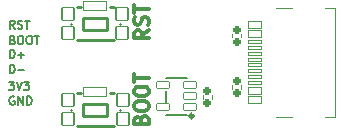
<source format=gbr>
%TF.GenerationSoftware,KiCad,Pcbnew,7.0.5-7.0.5~ubuntu22.04.1*%
%TF.CreationDate,2023-07-07T08:35:14+08:00*%
%TF.ProjectId,usb_programmer,7573625f-7072-46f6-9772-616d6d65722e,rev?*%
%TF.SameCoordinates,PX37a6d38PY343e060*%
%TF.FileFunction,Legend,Top*%
%TF.FilePolarity,Positive*%
%FSLAX46Y46*%
G04 Gerber Fmt 4.6, Leading zero omitted, Abs format (unit mm)*
G04 Created by KiCad (PCBNEW 7.0.5-7.0.5~ubuntu22.04.1) date 2023-07-07 08:35:14*
%MOMM*%
%LPD*%
G01*
G04 APERTURE LIST*
G04 Aperture macros list*
%AMRoundRect*
0 Rectangle with rounded corners*
0 $1 Rounding radius*
0 $2 $3 $4 $5 $6 $7 $8 $9 X,Y pos of 4 corners*
0 Add a 4 corners polygon primitive as box body*
4,1,4,$2,$3,$4,$5,$6,$7,$8,$9,$2,$3,0*
0 Add four circle primitives for the rounded corners*
1,1,$1+$1,$2,$3*
1,1,$1+$1,$4,$5*
1,1,$1+$1,$6,$7*
1,1,$1+$1,$8,$9*
0 Add four rect primitives between the rounded corners*
20,1,$1+$1,$2,$3,$4,$5,0*
20,1,$1+$1,$4,$5,$6,$7,0*
20,1,$1+$1,$6,$7,$8,$9,0*
20,1,$1+$1,$8,$9,$2,$3,0*%
G04 Aperture macros list end*
%ADD10C,0.300000*%
%ADD11C,0.150000*%
%ADD12C,0.120000*%
%ADD13C,0.254000*%
%ADD14C,0.152000*%
%ADD15O,1.102000X1.102000*%
%ADD16RoundRect,0.051000X0.571500X-0.304800X0.571500X0.304800X-0.571500X0.304800X-0.571500X-0.304800X0*%
%ADD17RoundRect,0.051000X0.571500X-0.152400X0.571500X0.152400X-0.571500X0.152400X-0.571500X-0.152400X0*%
%ADD18O,1.905400X1.092600*%
%ADD19O,2.311800X1.092600*%
%ADD20RoundRect,0.051000X-0.500000X-0.550000X0.500000X-0.550000X0.500000X0.550000X-0.500000X0.550000X0*%
%ADD21RoundRect,0.051000X-1.000000X-0.350000X1.000000X-0.350000X1.000000X0.350000X-1.000000X0.350000X0*%
%ADD22RoundRect,0.051000X0.522500X-0.266000X0.522500X0.266000X-0.522500X0.266000X-0.522500X-0.266000X0*%
%ADD23RoundRect,0.186000X0.185000X-0.135000X0.185000X0.135000X-0.185000X0.135000X-0.185000X-0.135000X0*%
%ADD24RoundRect,0.186000X-0.185000X0.135000X-0.185000X-0.135000X0.185000X-0.135000X0.185000X0.135000X0*%
G04 APERTURE END LIST*
D10*
X14310971Y-10834285D02*
X14368114Y-10662857D01*
X14368114Y-10662857D02*
X14425257Y-10605714D01*
X14425257Y-10605714D02*
X14539542Y-10548571D01*
X14539542Y-10548571D02*
X14710971Y-10548571D01*
X14710971Y-10548571D02*
X14825257Y-10605714D01*
X14825257Y-10605714D02*
X14882400Y-10662857D01*
X14882400Y-10662857D02*
X14939542Y-10777142D01*
X14939542Y-10777142D02*
X14939542Y-11234285D01*
X14939542Y-11234285D02*
X13739542Y-11234285D01*
X13739542Y-11234285D02*
X13739542Y-10834285D01*
X13739542Y-10834285D02*
X13796685Y-10720000D01*
X13796685Y-10720000D02*
X13853828Y-10662857D01*
X13853828Y-10662857D02*
X13968114Y-10605714D01*
X13968114Y-10605714D02*
X14082400Y-10605714D01*
X14082400Y-10605714D02*
X14196685Y-10662857D01*
X14196685Y-10662857D02*
X14253828Y-10720000D01*
X14253828Y-10720000D02*
X14310971Y-10834285D01*
X14310971Y-10834285D02*
X14310971Y-11234285D01*
X13739542Y-9805714D02*
X13739542Y-9577142D01*
X13739542Y-9577142D02*
X13796685Y-9462857D01*
X13796685Y-9462857D02*
X13910971Y-9348571D01*
X13910971Y-9348571D02*
X14139542Y-9291428D01*
X14139542Y-9291428D02*
X14539542Y-9291428D01*
X14539542Y-9291428D02*
X14768114Y-9348571D01*
X14768114Y-9348571D02*
X14882400Y-9462857D01*
X14882400Y-9462857D02*
X14939542Y-9577142D01*
X14939542Y-9577142D02*
X14939542Y-9805714D01*
X14939542Y-9805714D02*
X14882400Y-9920000D01*
X14882400Y-9920000D02*
X14768114Y-10034285D01*
X14768114Y-10034285D02*
X14539542Y-10091428D01*
X14539542Y-10091428D02*
X14139542Y-10091428D01*
X14139542Y-10091428D02*
X13910971Y-10034285D01*
X13910971Y-10034285D02*
X13796685Y-9920000D01*
X13796685Y-9920000D02*
X13739542Y-9805714D01*
X13739542Y-8548571D02*
X13739542Y-8319999D01*
X13739542Y-8319999D02*
X13796685Y-8205714D01*
X13796685Y-8205714D02*
X13910971Y-8091428D01*
X13910971Y-8091428D02*
X14139542Y-8034285D01*
X14139542Y-8034285D02*
X14539542Y-8034285D01*
X14539542Y-8034285D02*
X14768114Y-8091428D01*
X14768114Y-8091428D02*
X14882400Y-8205714D01*
X14882400Y-8205714D02*
X14939542Y-8319999D01*
X14939542Y-8319999D02*
X14939542Y-8548571D01*
X14939542Y-8548571D02*
X14882400Y-8662857D01*
X14882400Y-8662857D02*
X14768114Y-8777142D01*
X14768114Y-8777142D02*
X14539542Y-8834285D01*
X14539542Y-8834285D02*
X14139542Y-8834285D01*
X14139542Y-8834285D02*
X13910971Y-8777142D01*
X13910971Y-8777142D02*
X13796685Y-8662857D01*
X13796685Y-8662857D02*
X13739542Y-8548571D01*
X13739542Y-7691428D02*
X13739542Y-7005714D01*
X14939542Y-7348571D02*
X13739542Y-7348571D01*
X14939542Y-3282142D02*
X14368114Y-3682142D01*
X14939542Y-3967856D02*
X13739542Y-3967856D01*
X13739542Y-3967856D02*
X13739542Y-3510713D01*
X13739542Y-3510713D02*
X13796685Y-3396428D01*
X13796685Y-3396428D02*
X13853828Y-3339285D01*
X13853828Y-3339285D02*
X13968114Y-3282142D01*
X13968114Y-3282142D02*
X14139542Y-3282142D01*
X14139542Y-3282142D02*
X14253828Y-3339285D01*
X14253828Y-3339285D02*
X14310971Y-3396428D01*
X14310971Y-3396428D02*
X14368114Y-3510713D01*
X14368114Y-3510713D02*
X14368114Y-3967856D01*
X14882400Y-2824999D02*
X14939542Y-2653571D01*
X14939542Y-2653571D02*
X14939542Y-2367856D01*
X14939542Y-2367856D02*
X14882400Y-2253571D01*
X14882400Y-2253571D02*
X14825257Y-2196428D01*
X14825257Y-2196428D02*
X14710971Y-2139285D01*
X14710971Y-2139285D02*
X14596685Y-2139285D01*
X14596685Y-2139285D02*
X14482400Y-2196428D01*
X14482400Y-2196428D02*
X14425257Y-2253571D01*
X14425257Y-2253571D02*
X14368114Y-2367856D01*
X14368114Y-2367856D02*
X14310971Y-2596428D01*
X14310971Y-2596428D02*
X14253828Y-2710713D01*
X14253828Y-2710713D02*
X14196685Y-2767856D01*
X14196685Y-2767856D02*
X14082400Y-2824999D01*
X14082400Y-2824999D02*
X13968114Y-2824999D01*
X13968114Y-2824999D02*
X13853828Y-2767856D01*
X13853828Y-2767856D02*
X13796685Y-2710713D01*
X13796685Y-2710713D02*
X13739542Y-2596428D01*
X13739542Y-2596428D02*
X13739542Y-2310713D01*
X13739542Y-2310713D02*
X13796685Y-2139285D01*
X13739542Y-1796428D02*
X13739542Y-1110714D01*
X14939542Y-1453571D02*
X13739542Y-1453571D01*
D11*
X3200000Y-6916033D02*
X3200000Y-6216033D01*
X3200000Y-6216033D02*
X3366667Y-6216033D01*
X3366667Y-6216033D02*
X3466667Y-6249366D01*
X3466667Y-6249366D02*
X3533334Y-6316033D01*
X3533334Y-6316033D02*
X3566667Y-6382700D01*
X3566667Y-6382700D02*
X3600000Y-6516033D01*
X3600000Y-6516033D02*
X3600000Y-6616033D01*
X3600000Y-6616033D02*
X3566667Y-6749366D01*
X3566667Y-6749366D02*
X3533334Y-6816033D01*
X3533334Y-6816033D02*
X3466667Y-6882700D01*
X3466667Y-6882700D02*
X3366667Y-6916033D01*
X3366667Y-6916033D02*
X3200000Y-6916033D01*
X3900000Y-6649366D02*
X4433334Y-6649366D01*
X3133334Y-7626033D02*
X3566667Y-7626033D01*
X3566667Y-7626033D02*
X3333334Y-7892700D01*
X3333334Y-7892700D02*
X3433334Y-7892700D01*
X3433334Y-7892700D02*
X3500000Y-7926033D01*
X3500000Y-7926033D02*
X3533334Y-7959366D01*
X3533334Y-7959366D02*
X3566667Y-8026033D01*
X3566667Y-8026033D02*
X3566667Y-8192700D01*
X3566667Y-8192700D02*
X3533334Y-8259366D01*
X3533334Y-8259366D02*
X3500000Y-8292700D01*
X3500000Y-8292700D02*
X3433334Y-8326033D01*
X3433334Y-8326033D02*
X3233334Y-8326033D01*
X3233334Y-8326033D02*
X3166667Y-8292700D01*
X3166667Y-8292700D02*
X3133334Y-8259366D01*
X3766667Y-7626033D02*
X4000001Y-8326033D01*
X4000001Y-8326033D02*
X4233334Y-7626033D01*
X4400001Y-7626033D02*
X4833334Y-7626033D01*
X4833334Y-7626033D02*
X4600001Y-7892700D01*
X4600001Y-7892700D02*
X4700001Y-7892700D01*
X4700001Y-7892700D02*
X4766667Y-7926033D01*
X4766667Y-7926033D02*
X4800001Y-7959366D01*
X4800001Y-7959366D02*
X4833334Y-8026033D01*
X4833334Y-8026033D02*
X4833334Y-8192700D01*
X4833334Y-8192700D02*
X4800001Y-8259366D01*
X4800001Y-8259366D02*
X4766667Y-8292700D01*
X4766667Y-8292700D02*
X4700001Y-8326033D01*
X4700001Y-8326033D02*
X4500001Y-8326033D01*
X4500001Y-8326033D02*
X4433334Y-8292700D01*
X4433334Y-8292700D02*
X4400001Y-8259366D01*
X3433334Y-4079366D02*
X3533334Y-4112700D01*
X3533334Y-4112700D02*
X3566667Y-4146033D01*
X3566667Y-4146033D02*
X3600000Y-4212700D01*
X3600000Y-4212700D02*
X3600000Y-4312700D01*
X3600000Y-4312700D02*
X3566667Y-4379366D01*
X3566667Y-4379366D02*
X3533334Y-4412700D01*
X3533334Y-4412700D02*
X3466667Y-4446033D01*
X3466667Y-4446033D02*
X3200000Y-4446033D01*
X3200000Y-4446033D02*
X3200000Y-3746033D01*
X3200000Y-3746033D02*
X3433334Y-3746033D01*
X3433334Y-3746033D02*
X3500000Y-3779366D01*
X3500000Y-3779366D02*
X3533334Y-3812700D01*
X3533334Y-3812700D02*
X3566667Y-3879366D01*
X3566667Y-3879366D02*
X3566667Y-3946033D01*
X3566667Y-3946033D02*
X3533334Y-4012700D01*
X3533334Y-4012700D02*
X3500000Y-4046033D01*
X3500000Y-4046033D02*
X3433334Y-4079366D01*
X3433334Y-4079366D02*
X3200000Y-4079366D01*
X4033334Y-3746033D02*
X4166667Y-3746033D01*
X4166667Y-3746033D02*
X4233334Y-3779366D01*
X4233334Y-3779366D02*
X4300000Y-3846033D01*
X4300000Y-3846033D02*
X4333334Y-3979366D01*
X4333334Y-3979366D02*
X4333334Y-4212700D01*
X4333334Y-4212700D02*
X4300000Y-4346033D01*
X4300000Y-4346033D02*
X4233334Y-4412700D01*
X4233334Y-4412700D02*
X4166667Y-4446033D01*
X4166667Y-4446033D02*
X4033334Y-4446033D01*
X4033334Y-4446033D02*
X3966667Y-4412700D01*
X3966667Y-4412700D02*
X3900000Y-4346033D01*
X3900000Y-4346033D02*
X3866667Y-4212700D01*
X3866667Y-4212700D02*
X3866667Y-3979366D01*
X3866667Y-3979366D02*
X3900000Y-3846033D01*
X3900000Y-3846033D02*
X3966667Y-3779366D01*
X3966667Y-3779366D02*
X4033334Y-3746033D01*
X4766667Y-3746033D02*
X4900000Y-3746033D01*
X4900000Y-3746033D02*
X4966667Y-3779366D01*
X4966667Y-3779366D02*
X5033333Y-3846033D01*
X5033333Y-3846033D02*
X5066667Y-3979366D01*
X5066667Y-3979366D02*
X5066667Y-4212700D01*
X5066667Y-4212700D02*
X5033333Y-4346033D01*
X5033333Y-4346033D02*
X4966667Y-4412700D01*
X4966667Y-4412700D02*
X4900000Y-4446033D01*
X4900000Y-4446033D02*
X4766667Y-4446033D01*
X4766667Y-4446033D02*
X4700000Y-4412700D01*
X4700000Y-4412700D02*
X4633333Y-4346033D01*
X4633333Y-4346033D02*
X4600000Y-4212700D01*
X4600000Y-4212700D02*
X4600000Y-3979366D01*
X4600000Y-3979366D02*
X4633333Y-3846033D01*
X4633333Y-3846033D02*
X4700000Y-3779366D01*
X4700000Y-3779366D02*
X4766667Y-3746033D01*
X5266666Y-3746033D02*
X5666666Y-3746033D01*
X5466666Y-4446033D02*
X5466666Y-3746033D01*
X3200000Y-5616033D02*
X3200000Y-4916033D01*
X3200000Y-4916033D02*
X3366667Y-4916033D01*
X3366667Y-4916033D02*
X3466667Y-4949366D01*
X3466667Y-4949366D02*
X3533334Y-5016033D01*
X3533334Y-5016033D02*
X3566667Y-5082700D01*
X3566667Y-5082700D02*
X3600000Y-5216033D01*
X3600000Y-5216033D02*
X3600000Y-5316033D01*
X3600000Y-5316033D02*
X3566667Y-5449366D01*
X3566667Y-5449366D02*
X3533334Y-5516033D01*
X3533334Y-5516033D02*
X3466667Y-5582700D01*
X3466667Y-5582700D02*
X3366667Y-5616033D01*
X3366667Y-5616033D02*
X3200000Y-5616033D01*
X3900000Y-5349366D02*
X4433334Y-5349366D01*
X4166667Y-5616033D02*
X4166667Y-5082700D01*
X3566667Y-8909366D02*
X3500000Y-8876033D01*
X3500000Y-8876033D02*
X3400000Y-8876033D01*
X3400000Y-8876033D02*
X3300000Y-8909366D01*
X3300000Y-8909366D02*
X3233334Y-8976033D01*
X3233334Y-8976033D02*
X3200000Y-9042700D01*
X3200000Y-9042700D02*
X3166667Y-9176033D01*
X3166667Y-9176033D02*
X3166667Y-9276033D01*
X3166667Y-9276033D02*
X3200000Y-9409366D01*
X3200000Y-9409366D02*
X3233334Y-9476033D01*
X3233334Y-9476033D02*
X3300000Y-9542700D01*
X3300000Y-9542700D02*
X3400000Y-9576033D01*
X3400000Y-9576033D02*
X3466667Y-9576033D01*
X3466667Y-9576033D02*
X3566667Y-9542700D01*
X3566667Y-9542700D02*
X3600000Y-9509366D01*
X3600000Y-9509366D02*
X3600000Y-9276033D01*
X3600000Y-9276033D02*
X3466667Y-9276033D01*
X3900000Y-9576033D02*
X3900000Y-8876033D01*
X3900000Y-8876033D02*
X4300000Y-9576033D01*
X4300000Y-9576033D02*
X4300000Y-8876033D01*
X4633333Y-9576033D02*
X4633333Y-8876033D01*
X4633333Y-8876033D02*
X4800000Y-8876033D01*
X4800000Y-8876033D02*
X4900000Y-8909366D01*
X4900000Y-8909366D02*
X4966667Y-8976033D01*
X4966667Y-8976033D02*
X5000000Y-9042700D01*
X5000000Y-9042700D02*
X5033333Y-9176033D01*
X5033333Y-9176033D02*
X5033333Y-9276033D01*
X5033333Y-9276033D02*
X5000000Y-9409366D01*
X5000000Y-9409366D02*
X4966667Y-9476033D01*
X4966667Y-9476033D02*
X4900000Y-9542700D01*
X4900000Y-9542700D02*
X4800000Y-9576033D01*
X4800000Y-9576033D02*
X4633333Y-9576033D01*
X3600000Y-3146033D02*
X3366667Y-2812700D01*
X3200000Y-3146033D02*
X3200000Y-2446033D01*
X3200000Y-2446033D02*
X3466667Y-2446033D01*
X3466667Y-2446033D02*
X3533334Y-2479366D01*
X3533334Y-2479366D02*
X3566667Y-2512700D01*
X3566667Y-2512700D02*
X3600000Y-2579366D01*
X3600000Y-2579366D02*
X3600000Y-2679366D01*
X3600000Y-2679366D02*
X3566667Y-2746033D01*
X3566667Y-2746033D02*
X3533334Y-2779366D01*
X3533334Y-2779366D02*
X3466667Y-2812700D01*
X3466667Y-2812700D02*
X3200000Y-2812700D01*
X3866667Y-3112700D02*
X3966667Y-3146033D01*
X3966667Y-3146033D02*
X4133334Y-3146033D01*
X4133334Y-3146033D02*
X4200000Y-3112700D01*
X4200000Y-3112700D02*
X4233334Y-3079366D01*
X4233334Y-3079366D02*
X4266667Y-3012700D01*
X4266667Y-3012700D02*
X4266667Y-2946033D01*
X4266667Y-2946033D02*
X4233334Y-2879366D01*
X4233334Y-2879366D02*
X4200000Y-2846033D01*
X4200000Y-2846033D02*
X4133334Y-2812700D01*
X4133334Y-2812700D02*
X4000000Y-2779366D01*
X4000000Y-2779366D02*
X3933334Y-2746033D01*
X3933334Y-2746033D02*
X3900000Y-2712700D01*
X3900000Y-2712700D02*
X3866667Y-2646033D01*
X3866667Y-2646033D02*
X3866667Y-2579366D01*
X3866667Y-2579366D02*
X3900000Y-2512700D01*
X3900000Y-2512700D02*
X3933334Y-2479366D01*
X3933334Y-2479366D02*
X4000000Y-2446033D01*
X4000000Y-2446033D02*
X4166667Y-2446033D01*
X4166667Y-2446033D02*
X4266667Y-2479366D01*
X4466667Y-2446033D02*
X4866667Y-2446033D01*
X4666667Y-3146033D02*
X4666667Y-2446033D01*
D12*
%TO.C,J1*%
X25703392Y-10597400D02*
X27127009Y-10597400D01*
X29906593Y-10597400D02*
X30750200Y-10597400D01*
X30750200Y-10597400D02*
X30750200Y-1402600D01*
X27127009Y-1402600D02*
X25703392Y-1402600D01*
X30750200Y-1402600D02*
X29906593Y-1402600D01*
D13*
%TO.C,SW1*%
X8345000Y-10027500D02*
X8345000Y-9989500D01*
X9214000Y-8608500D02*
X8871000Y-8608500D01*
X9429000Y-9500500D02*
X9429000Y-10516500D01*
X9429000Y-10516500D02*
X11461000Y-10516500D01*
X11461000Y-9500500D02*
X9429000Y-9500500D01*
X11461000Y-10516500D02*
X11461000Y-9500500D01*
X12019000Y-8608500D02*
X11676000Y-8608500D01*
X12019000Y-11408500D02*
X8871000Y-11408500D01*
X12545000Y-9989500D02*
X12545000Y-10027500D01*
D14*
%TO.C,U1*%
X18183000Y-10411000D02*
X16381000Y-10411000D01*
X16381000Y-8405000D02*
X16381000Y-9315000D01*
X18183000Y-7309000D02*
X16381000Y-7309000D01*
D10*
X18732000Y-10528000D02*
G75*
G03*
X18732000Y-10528000I-150000J0D01*
G01*
D12*
%TO.C,R2*%
X22045000Y-3873641D02*
X22045000Y-3566359D01*
X22805000Y-3873641D02*
X22805000Y-3566359D01*
%TO.C,R3*%
X22805000Y-7896360D02*
X22805000Y-8203642D01*
X22045000Y-7896360D02*
X22045000Y-8203642D01*
D13*
%TO.C,SW3*%
X8335000Y-2754000D02*
X8335000Y-2716000D01*
X9204000Y-1335000D02*
X8861000Y-1335000D01*
X9419000Y-2227000D02*
X9419000Y-3243000D01*
X9419000Y-3243000D02*
X11451000Y-3243000D01*
X11451000Y-2227000D02*
X9419000Y-2227000D01*
X11451000Y-3243000D02*
X11451000Y-2227000D01*
X12009000Y-1335000D02*
X11666000Y-1335000D01*
X12009000Y-4135000D02*
X8861000Y-4135000D01*
X12535000Y-2716000D02*
X12535000Y-2754000D01*
D12*
%TO.C,R1*%
X19537000Y-9097690D02*
X19537000Y-8790408D01*
X20297000Y-9097690D02*
X20297000Y-8790408D01*
%TD*%
%LPC*%
D15*
%TO.C,J2*%
X2144248Y-2828121D03*
X2144248Y-4098121D03*
X2144248Y-5368121D03*
X2144248Y-6638121D03*
X2144248Y-7908121D03*
X2144248Y-9178121D03*
%TD*%
D16*
%TO.C,J1*%
X23941801Y-9200001D03*
X23941801Y-8400000D03*
D17*
X23941801Y-7250000D03*
X23941801Y-6250000D03*
X23941801Y-5750000D03*
X23941801Y-4750000D03*
D16*
X23941801Y-3600000D03*
X23941801Y-2800001D03*
D17*
X23941801Y-4249940D03*
X23941801Y-5249941D03*
X23941801Y-6749940D03*
X23941801Y-7749941D03*
D18*
X24516800Y-10320000D03*
D19*
X28516801Y-10320000D03*
D18*
X24516800Y-1680000D03*
D19*
X28516801Y-1680000D03*
%TD*%
D20*
%TO.C,SW1*%
X8145000Y-9208500D03*
X12745000Y-9208500D03*
X8145000Y-10808500D03*
X12745000Y-10808500D03*
D21*
X10445000Y-8484500D03*
%TD*%
D22*
%TO.C,U1*%
X18430000Y-9810000D03*
X18430000Y-8860000D03*
X18430000Y-7910000D03*
X16134000Y-7910000D03*
X16134000Y-9810000D03*
%TD*%
D23*
%TO.C,R2*%
X22425000Y-4230000D03*
X22425000Y-3210000D03*
%TD*%
D24*
%TO.C,R3*%
X22425000Y-7540001D03*
X22425000Y-8560001D03*
%TD*%
D20*
%TO.C,SW3*%
X8135000Y-1935000D03*
X12735000Y-1935000D03*
X8135000Y-3535000D03*
X12735000Y-3535000D03*
D21*
X10435000Y-1211000D03*
%TD*%
D23*
%TO.C,R1*%
X19917000Y-9454049D03*
X19917000Y-8434049D03*
%TD*%
%LPD*%
M02*

</source>
